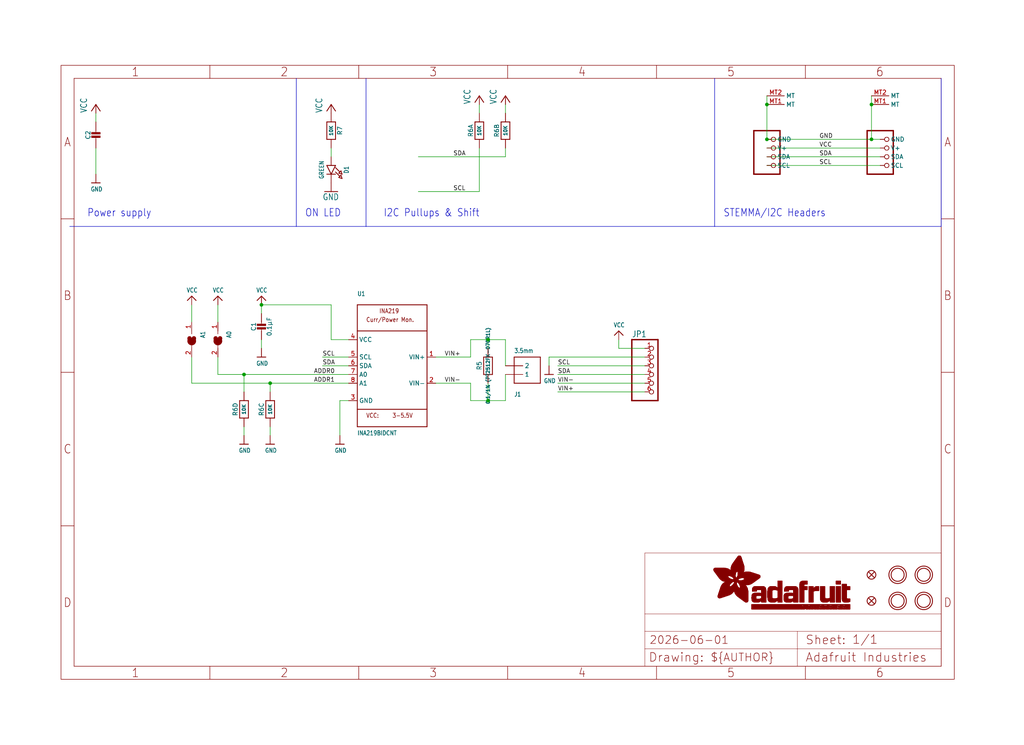
<source format=kicad_sch>
(kicad_sch (version 20230121) (generator eeschema)
  (paper "User" 298.45 217.322)
  (lib_symbols
    (symbol "working-eagle-import:CAP_CERAMIC0603_NO"
      (property "Reference" "C" (at -2.29 1.25 90))
      (symbol "CAP_CERAMIC0603_NO_1_0"
        (pin passive line (at 0 5.08 270) (length 2.54) (name "1") (number "1"))
        (pin passive line (at 0 -2.54 90) (length 2.54) (name "2") (number "2"))
      )
    )
    (symbol "working-eagle-import:CAP_CERAMIC0805-NOOUTLINE"
      (property "Reference" "C" (at -2.29 1.25 90))
      (symbol "CAP_CERAMIC0805-NOOUTLINE_1_0"
        (pin passive line (at 0 5.08 270) (length 2.54) (name "1") (number "1"))
        (pin passive line (at 0 -2.54 90) (length 2.54) (name "2") (number "2"))
      )
    )
    (symbol "working-eagle-import:FIDUCIAL_1MM")
    (symbol "working-eagle-import:FRAME_A4_ADAFRUIT"
      (symbol "FRAME_A4_ADAFRUIT_1_0"
        (text "${#}/${##}" (at 230.505 10.16 0) (effects (font (size 2.54 2.54)) (justify left bottom)))
        (text "${AUTHOR}" (at 189.23 5.08 0) (effects (font (size 2.286 2.286)) (justify left bottom)))
        (text "${CURRENT_DATE}" (at 171.45 10.16 0) (effects (font (size 2.286 2.286)) (justify left bottom)))
        (text "${PROJECTNAME}" (at 171.45 15.24 0) (effects (font (size 2.54 2.54)) (justify left bottom)))
        (text "1" (at 21.6958 1.905 0) (effects (font (size 2.54 2.286))))
        (text "1" (at 21.6958 177.165 0) (effects (font (size 2.54 2.286))))
        (text "2" (at 65.0875 1.905 0) (effects (font (size 2.54 2.286))))
        (text "2" (at 65.0875 177.165 0) (effects (font (size 2.54 2.286))))
        (text "3" (at 108.4792 1.905 0) (effects (font (size 2.54 2.286))))
        (text "3" (at 108.4792 177.165 0) (effects (font (size 2.54 2.286))))
        (text "4" (at 151.8708 1.905 0) (effects (font (size 2.54 2.286))))
        (text "4" (at 151.8708 177.165 0) (effects (font (size 2.54 2.286))))
        (text "5" (at 195.2625 1.905 0) (effects (font (size 2.54 2.286))))
        (text "5" (at 195.2625 177.165 0) (effects (font (size 2.54 2.286))))
        (text "6" (at 238.6542 1.905 0) (effects (font (size 2.54 2.286))))
        (text "6" (at 238.6542 177.165 0) (effects (font (size 2.54 2.286))))
        (text "A" (at 1.905 156.6863 0) (effects (font (size 2.54 2.286))))
        (text "A" (at 258.445 156.6863 0) (effects (font (size 2.54 2.286))))
        (text "Adafruit Industries" (at 216.916 4.953 0) (effects (font (size 2.54 2.54)) (justify left bottom)))
        (text "B" (at 1.905 111.9188 0) (effects (font (size 2.54 2.286))))
        (text "B" (at 258.445 111.9188 0) (effects (font (size 2.54 2.286))))
        (text "C" (at 1.905 67.1513 0) (effects (font (size 2.54 2.286))))
        (text "C" (at 258.445 67.1513 0) (effects (font (size 2.54 2.286))))
        (text "D" (at 1.905 22.3838 0) (effects (font (size 2.54 2.286))))
        (text "D" (at 258.445 22.3838 0) (effects (font (size 2.54 2.286))))
        (text "Drawing:" (at 171.196 4.953 0) (effects (font (size 2.54 2.54)) (justify left bottom)))
        (text "Sheet:" (at 216.916 10.033 0) (effects (font (size 2.54 2.54)) (justify left bottom)))
      )
    )
    (symbol "working-eagle-import:GND" (power)
      (property "Value" "GND" (at -1.524 -2.54 0))
      (symbol "GND_1_0"
        (pin power_in line (at 0 2.54 270) (length 2.54) (name "GND") (number "1"))
      )
    )
    (symbol "working-eagle-import:HEADER-1X670MIL"
      (property "Reference" "JP" (at -6.35 10.795 0))
      (symbol "HEADER-1X670MIL_1_0"
        (pin passive inverted (at -2.54 7.62 0) (length 2.54) (name "1") (number "1"))
        (pin passive inverted (at -2.54 5.08 0) (length 2.54) (name "2") (number "2"))
        (pin passive inverted (at -2.54 2.54 0) (length 2.54) (name "3") (number "3"))
        (pin passive inverted (at -2.54 0 0) (length 2.54) (name "4") (number "4"))
        (pin passive inverted (at -2.54 -2.54 0) (length 2.54) (name "5") (number "5"))
        (pin passive inverted (at -2.54 -5.08 0) (length 2.54) (name "6") (number "6"))
      )
    )
    (symbol "working-eagle-import:INA219"
      (property "Reference" "U" (at -10.16 20.32 0))
      (symbol "INA219_1_0"
        (text "3-5.5V" (at 0 -15.24 0) (effects (font (size 1.27 1.0795)) (justify left bottom)))
        (text "Curr/Power Mon." (at -7.62 12.7 0) (effects (font (size 1.27 1.0795)) (justify left bottom)))
        (text "INA219" (at -3.81 15.24 0) (effects (font (size 1.27 1.0795)) (justify left bottom)))
        (text "VCC:" (at -7.62 -15.24 0) (effects (font (size 1.27 1.0795)) (justify left bottom)))
        (pin bidirectional line (at 12.7 2.54 180) (length 2.54) (name "VIN+") (number "1"))
        (pin bidirectional line (at 12.7 -5.08 180) (length 2.54) (name "VIN-") (number "2"))
        (pin power_in line (at -12.7 -10.16 0) (length 2.54) (name "GND") (number "3"))
        (pin power_in line (at -12.7 7.62 0) (length 2.54) (name "VCC") (number "4"))
        (pin bidirectional line (at -12.7 2.54 0) (length 2.54) (name "SCL") (number "5"))
        (pin bidirectional line (at -12.7 0 0) (length 2.54) (name "SDA") (number "6"))
        (pin bidirectional line (at -12.7 -2.54 0) (length 2.54) (name "A0") (number "7"))
        (pin bidirectional line (at -12.7 -5.08 0) (length 2.54) (name "A1") (number "8"))
      )
    )
    (symbol "working-eagle-import:LED0603_NOOUTLINE"
      (property "Reference" "D" (at -1.27 4.445 0))
      (symbol "LED0603_NOOUTLINE_1_0"
        (pin passive line (at -5.08 0 0) (length 2.54) (name "A") (number "A"))
        (pin passive line (at 2.54 0 180) (length 2.54) (name "C") (number "C"))
      )
    )
    (symbol "working-eagle-import:MOUNTINGHOLE2.5")
    (symbol "working-eagle-import:RESISTOR2512"
      (property "Reference" "R" (at 0 2.54 0))
      (symbol "RESISTOR2512_1_0"
        (pin passive line (at -5.08 0 0) (length 2.54) (name "1") (number "1"))
        (pin passive line (at 5.08 0 180) (length 2.54) (name "2") (number "2"))
      )
    )
    (symbol "working-eagle-import:RESISTOR_0603_NOOUT"
      (property "Reference" "R" (at 0 2.54 0))
      (symbol "RESISTOR_0603_NOOUT_1_0"
        (pin passive line (at -5.08 0 0) (length 2.54) (name "1") (number "1"))
        (pin passive line (at 5.08 0 180) (length 2.54) (name "2") (number "2"))
      )
    )
    (symbol "working-eagle-import:RESISTOR_4PACK"
      (property "Reference" "R" (at 0 2.54 0))
      (symbol "RESISTOR_4PACK_1_0"
        (pin passive line (at -5.08 0 0) (length 2.54) (name "1") (number "1"))
        (pin passive line (at 5.08 0 180) (length 2.54) (name "2") (number "8"))
      )
      (symbol "RESISTOR_4PACK_2_0"
        (pin passive line (at -5.08 0 0) (length 2.54) (name "1") (number "2"))
        (pin passive line (at 5.08 0 180) (length 2.54) (name "2") (number "7"))
      )
      (symbol "RESISTOR_4PACK_3_0"
        (pin passive line (at -5.08 0 0) (length 2.54) (name "1") (number "3"))
        (pin passive line (at 5.08 0 180) (length 2.54) (name "2") (number "6"))
      )
      (symbol "RESISTOR_4PACK_4_0"
        (pin passive line (at -5.08 0 0) (length 2.54) (name "1") (number "4"))
        (pin passive line (at 5.08 0 180) (length 2.54) (name "2") (number "5"))
      )
    )
    (symbol "working-eagle-import:SOLDERJUMPERREFLOW_NOPASTE"
      (property "Reference" "SJ" (at -2.54 2.54 0))
      (symbol "SOLDERJUMPERREFLOW_NOPASTE_1_0"
        (pin passive line (at -5.08 0 0) (length 2.54) (name "1") (number "1"))
        (pin passive line (at 5.08 0 180) (length 2.54) (name "2") (number "2"))
      )
    )
    (symbol "working-eagle-import:STEMMA_I2C_QT"
      (symbol "STEMMA_I2C_QT_1_0"
        (pin passive inverted (at 0 5.08 0) (length 2.54) (name "GND") (number "1"))
        (pin passive inverted (at 0 2.54 0) (length 2.54) (name "V+") (number "2"))
        (pin passive inverted (at 0 0 0) (length 2.54) (name "SDA") (number "3"))
        (pin passive inverted (at 0 -2.54 0) (length 2.54) (name "SCL") (number "4"))
      )
      (symbol "STEMMA_I2C_QT_2_0"
        (pin bidirectional line (at 0 0 0) (length 5.08) (name "MT") (number "MT1"))
      )
      (symbol "STEMMA_I2C_QT_3_0"
        (pin bidirectional line (at 0 0 0) (length 5.08) (name "MT") (number "MT2"))
      )
    )
    (symbol "working-eagle-import:TERMBLOCK_1X2_3.5MM"
      (property "Reference" "X" (at -2.54 7.62 0))
      (symbol "TERMBLOCK_1X2_3.5MM_1_0"
        (pin passive line (at -5.08 2.54 0) (length 5.08) (name "1") (number "1"))
        (pin passive line (at -5.08 0 0) (length 5.08) (name "2") (number "2"))
      )
    )
    (symbol "working-eagle-import:VCC" (power)
      (property "Value" "VCC" (at -1.524 1.016 0))
      (symbol "VCC_1_0"
        (pin power_in line (at 0 -2.54 90) (length 2.54) (name "VCC") (number "1"))
      )
    )
    (symbol "working-eagle-import:supply1_GND" (power)
      (property "Value" "supply1_GND" (at -2.54 -2.54 0))
      (symbol "supply1_GND_1_0"
        (pin power_in line (at 0 2.54 270) (length 2.54) (name "GND") (number "1"))
      )
    )
    (symbol "working-eagle-import:supply1_VCC" (power)
      (property "Value" "supply1_VCC" (at -2.54 -2.54 90))
      (symbol "supply1_VCC_1_0"
        (pin power_in line (at 0 -2.54 90) (length 2.54) (name "VCC") (number "1"))
      )
    )
  )
  (junction (at 76.2 88.9))
  (junction (at 142.24 99.06))
  (junction (at 223.52 40.64))
  (junction (at 223.52 30.48))
  (junction (at 78.74 111.76))
  (junction (at 142.24 116.84))
  (junction (at 71.12 109.22))
  (junction (at 254 30.48))
  (junction (at 254 40.64))
  (wire (pts (xy 139.7 55.88) (xy 121.92 55.88)) (stroke (width 0.1524)))
  (wire (pts (xy 147.32 99.06) (xy 142.24 99.06)) (stroke (width 0.1524)))
  (wire (pts (xy 127 104.14) (xy 137.16 104.14)) (stroke (width 0.1524)))
  (wire (pts (xy 137.16 111.76) (xy 137.16 116.84)) (stroke (width 0.1524)))
  (wire (pts (xy 96.52 45.72) (xy 96.52 43.18)) (stroke (width 0.1524)))
  (polyline (pts (xy 20.32 66.04) (xy 86.36 66.04)) (stroke (width 0.1524) (type solid)))
  (wire (pts (xy 187.96 109.22) (xy 162.56 109.22)) (stroke (width 0.1524)))
  (wire (pts (xy 147.32 45.72) (xy 121.92 45.72)) (stroke (width 0.1524)))
  (wire (pts (xy 101.6 109.22) (xy 71.12 109.22)) (stroke (width 0.1524)))
  (polyline (pts (xy 208.28 22.86) (xy 208.28 66.04)) (stroke (width 0.1524) (type solid)))
  (wire (pts (xy 71.12 109.22) (xy 71.12 114.3)) (stroke (width 0.1524)))
  (wire (pts (xy 63.5 93.98) (xy 63.5 88.9)) (stroke (width 0.1524)))
  (wire (pts (xy 254 27.94) (xy 254 30.48)) (stroke (width 0.1524)))
  (wire (pts (xy 142.24 116.84) (xy 147.32 116.84)) (stroke (width 0.1524)))
  (wire (pts (xy 96.52 88.9) (xy 76.2 88.9)) (stroke (width 0.1524)))
  (wire (pts (xy 96.52 99.06) (xy 96.52 88.9)) (stroke (width 0.1524)))
  (polyline (pts (xy 208.28 66.04) (xy 274.32 66.04)) (stroke (width 0.1524) (type solid)))
  (wire (pts (xy 160.02 104.14) (xy 160.02 106.68)) (stroke (width 0.1524)))
  (wire (pts (xy 254 30.48) (xy 254 40.64)) (stroke (width 0.1524)))
  (polyline (pts (xy 86.36 66.04) (xy 106.68 66.04)) (stroke (width 0.1524) (type solid)))
  (polyline (pts (xy 106.68 66.04) (xy 208.28 66.04)) (stroke (width 0.1524) (type solid)))
  (wire (pts (xy 187.96 111.76) (xy 162.56 111.76)) (stroke (width 0.1524)))
  (wire (pts (xy 187.96 104.14) (xy 160.02 104.14)) (stroke (width 0.1524)))
  (wire (pts (xy 101.6 111.76) (xy 78.74 111.76)) (stroke (width 0.1524)))
  (wire (pts (xy 142.24 116.84) (xy 142.24 111.76)) (stroke (width 0.1524)))
  (wire (pts (xy 137.16 99.06) (xy 142.24 99.06)) (stroke (width 0.1524)))
  (wire (pts (xy 71.12 109.22) (xy 63.5 109.22)) (stroke (width 0.1524)))
  (wire (pts (xy 76.2 99.06) (xy 76.2 101.6)) (stroke (width 0.1524)))
  (wire (pts (xy 27.94 33.02) (xy 27.94 35.56)) (stroke (width 0.1524)))
  (wire (pts (xy 187.96 106.68) (xy 162.56 106.68)) (stroke (width 0.1524)))
  (wire (pts (xy 101.6 99.06) (xy 96.52 99.06)) (stroke (width 0.1524)))
  (wire (pts (xy 223.52 43.18) (xy 256.54 43.18)) (stroke (width 0.1524)))
  (wire (pts (xy 127 111.76) (xy 137.16 111.76)) (stroke (width 0.1524)))
  (wire (pts (xy 223.52 27.94) (xy 223.52 30.48)) (stroke (width 0.1524)))
  (wire (pts (xy 55.88 111.76) (xy 55.88 104.14)) (stroke (width 0.1524)))
  (wire (pts (xy 78.74 111.76) (xy 78.74 114.3)) (stroke (width 0.1524)))
  (wire (pts (xy 137.16 116.84) (xy 142.24 116.84)) (stroke (width 0.1524)))
  (wire (pts (xy 76.2 88.9) (xy 76.2 91.44)) (stroke (width 0.1524)))
  (wire (pts (xy 139.7 30.48) (xy 139.7 33.02)) (stroke (width 0.1524)))
  (wire (pts (xy 63.5 109.22) (xy 63.5 104.14)) (stroke (width 0.1524)))
  (wire (pts (xy 147.32 43.18) (xy 147.32 45.72)) (stroke (width 0.1524)))
  (wire (pts (xy 256.54 40.64) (xy 254 40.64)) (stroke (width 0.1524)))
  (polyline (pts (xy 86.36 22.86) (xy 86.36 66.04)) (stroke (width 0.1524) (type solid)))
  (wire (pts (xy 78.74 124.46) (xy 78.74 127)) (stroke (width 0.1524)))
  (wire (pts (xy 55.88 93.98) (xy 55.88 88.9)) (stroke (width 0.1524)))
  (wire (pts (xy 223.52 30.48) (xy 223.52 40.64)) (stroke (width 0.1524)))
  (wire (pts (xy 256.54 45.72) (xy 223.52 45.72)) (stroke (width 0.1524)))
  (wire (pts (xy 223.52 48.26) (xy 256.54 48.26)) (stroke (width 0.1524)))
  (wire (pts (xy 254 40.64) (xy 223.52 40.64)) (stroke (width 0.1524)))
  (wire (pts (xy 142.24 99.06) (xy 142.24 101.6)) (stroke (width 0.1524)))
  (wire (pts (xy 78.74 111.76) (xy 55.88 111.76)) (stroke (width 0.1524)))
  (wire (pts (xy 101.6 104.14) (xy 93.98 104.14)) (stroke (width 0.1524)))
  (wire (pts (xy 139.7 43.18) (xy 139.7 55.88)) (stroke (width 0.1524)))
  (wire (pts (xy 71.12 124.46) (xy 71.12 127)) (stroke (width 0.1524)))
  (wire (pts (xy 147.32 106.68) (xy 147.32 99.06)) (stroke (width 0.1524)))
  (wire (pts (xy 187.96 101.6) (xy 180.34 101.6)) (stroke (width 0.1524)))
  (wire (pts (xy 147.32 116.84) (xy 147.32 109.22)) (stroke (width 0.1524)))
  (wire (pts (xy 137.16 104.14) (xy 137.16 99.06)) (stroke (width 0.1524)))
  (wire (pts (xy 147.32 33.02) (xy 147.32 30.48)) (stroke (width 0.1524)))
  (polyline (pts (xy 274.32 22.86) (xy 274.32 66.04)) (stroke (width 0.1524) (type solid)))
  (wire (pts (xy 27.94 50.8) (xy 27.94 43.18)) (stroke (width 0.1524)))
  (wire (pts (xy 187.96 114.3) (xy 162.56 114.3)) (stroke (width 0.1524)))
  (polyline (pts (xy 106.68 22.86) (xy 106.68 66.04)) (stroke (width 0.1524) (type solid)))
  (wire (pts (xy 180.34 101.6) (xy 180.34 99.06)) (stroke (width 0.1524)))
  (wire (pts (xy 101.6 116.84) (xy 99.06 116.84)) (stroke (width 0.1524)))
  (wire (pts (xy 99.06 116.84) (xy 99.06 127)) (stroke (width 0.1524)))
  (wire (pts (xy 101.6 106.68) (xy 93.98 106.68)) (stroke (width 0.1524)))
  (text "STEMMA/I2C Headers" (at 210.82 63.5 0) (effects (font (size 2.1844 1.8567)) (justify left bottom)))
  (text "I2C Pullups & Shift" (at 111.76 63.5 0) (effects (font (size 2.1844 1.8567)) (justify left bottom)))
  (text "ON LED" (at 88.9 63.5 0) (effects (font (size 2.1844 1.8567)) (justify left bottom)))
  (text "Power supply" (at 25.4 63.5 0) (effects (font (size 2.1844 1.8567)) (justify left bottom)))
  (label "SDA" (at 93.98 106.68 0) (effects (font (size 1.2446 1.2446))))
  (label "GND" (at 238.76 40.64 0) (effects (font (size 1.2446 1.2446))))
  (label "VIN+" (at 129.54 104.14 0) (effects (font (size 1.2446 1.2446))))
  (label "VIN-" (at 162.56 111.76 0) (effects (font (size 1.2446 1.2446))))
  (label "SCL" (at 162.56 106.68 0) (effects (font (size 1.2446 1.2446))))
  (label "SDA" (at 162.56 109.22 0) (effects (font (size 1.2446 1.2446))))
  (label "VIN-" (at 129.54 111.76 0) (effects (font (size 1.2446 1.2446))))
  (label "ADDR1" (at 91.44 111.76 0) (effects (font (size 1.2446 1.2446))))
  (label "ADDR0" (at 91.44 109.22 0) (effects (font (size 1.2446 1.2446))))
  (label "SCL" (at 132.08 55.88 0) (effects (font (size 1.2446 1.2446))))
  (label "SCL" (at 238.76 48.26 0) (effects (font (size 1.2446 1.2446))))
  (label "SDA" (at 132.08 45.72 0) (effects (font (size 1.2446 1.2446))))
  (label "SCL" (at 93.98 104.14 0) (effects (font (size 1.2446 1.2446))))
  (label "VIN+" (at 162.56 114.3 0) (effects (font (size 1.2446 1.2446))))
  (label "VCC" (at 238.76 43.18 0) (effects (font (size 1.2446 1.2446))))
  (label "SDA" (at 238.76 45.72 0) (effects (font (size 1.2446 1.2446))))
  (symbol (lib_id "working-eagle-import:VCC") (at 63.5 86.36 0) (unit 1)
    (property "Reference" "#P+2" (effects hide))
    (property "Value" "VCC" (at 61.976 85.344 0) (effects (font (size 1.27 1.0795)) (justify left bottom)))
  )
  (symbol (lib_id "working-eagle-import:LED0603_NOOUTLINE") (at 96.52 50.8 270) (unit 1)
    (property "Reference" "D1" (at 100.965 49.53 0) (effects (font (size 1.27 1.0795))))
    (property "Value" "GREEN" (at 93.726 49.53 0) (effects (font (size 1.27 1.0795))))
    (property "Footprint" "working:CHIPLED_0603_NOOUTLINE" (effects hide))
  )
  (symbol (lib_id "working-eagle-import:VCC") (at 76.2 86.36 0) (unit 1)
    (property "Reference" "#P+3" (effects hide))
    (property "Value" "VCC" (at 74.676 85.344 0) (effects (font (size 1.27 1.0795)) (justify left bottom)))
  )
  (symbol (lib_id "working-eagle-import:GND") (at 78.74 129.54 0) (unit 1)
    (property "Reference" "#U$3" (effects hide))
    (property "Value" "GND" (at 77.216 132.08 0) (effects (font (size 1.27 1.0795)) (justify left bottom)))
  )
  (symbol (lib_id "working-eagle-import:MOUNTINGHOLE2.5") (at 261.62 167.64 0) (unit 1)
    (property "Reference" "U$21" (effects hide))
    (property "Value" "MOUNTINGHOLE2.5" (effects hide))
    (property "Footprint" "working:MOUNTINGHOLE_2.5_PLATED" (effects hide))
  )
  (symbol (lib_id "working-eagle-import:CAP_CERAMIC0805-NOOUTLINE") (at 27.94 40.64 0) (unit 1)
    (property "Reference" "C2" (at 25.65 39.39 90))
    (property "Value" "10uF" (effects hide))
    (property "Footprint" "working:0805-NO" (effects hide))
  )
  (symbol (lib_id "working-eagle-import:CAP_CERAMIC0603_NO") (at 76.2 96.52 0) (unit 1)
    (property "Reference" "C1" (at 73.91 95.27 90))
    (property "Value" "0.1µF" (at 78.5 95.27 90))
    (property "Footprint" "working:0603-NO" (effects hide))
  )
  (symbol (lib_id "working-eagle-import:GND") (at 27.94 53.34 0) (unit 1)
    (property "Reference" "#U$13" (effects hide))
    (property "Value" "GND" (at 26.416 55.88 0) (effects (font (size 1.27 1.0795)) (justify left bottom)))
  )
  (symbol (lib_id "working-eagle-import:GND") (at 160.02 109.22 0) (unit 1)
    (property "Reference" "#U$6" (effects hide))
    (property "Value" "GND" (at 158.496 111.76 0) (effects (font (size 1.27 1.0795)) (justify left bottom)))
  )
  (symbol (lib_id "working-eagle-import:RESISTOR_4PACK") (at 78.74 119.38 90) (unit 3)
    (property "Reference" "R6" (at 76.2 119.38 0))
    (property "Value" "10K" (at 78.74 119.38 0) (effects (font (size 1.016 1.016) bold)))
    (property "Footprint" "working:RESPACK_4X0603" (effects hide))
  )
  (symbol (lib_id "working-eagle-import:GND") (at 71.12 129.54 0) (unit 1)
    (property "Reference" "#U$2" (effects hide))
    (property "Value" "GND" (at 69.596 132.08 0) (effects (font (size 1.27 1.0795)) (justify left bottom)))
  )
  (symbol (lib_id "working-eagle-import:RESISTOR_4PACK") (at 71.12 119.38 90) (unit 4)
    (property "Reference" "R6" (at 68.58 119.38 0))
    (property "Value" "10K" (at 71.12 119.38 0) (effects (font (size 1.016 1.016) bold)))
    (property "Footprint" "working:RESPACK_4X0603" (effects hide))
  )
  (symbol (lib_id "working-eagle-import:VCC") (at 55.88 86.36 0) (unit 1)
    (property "Reference" "#P+1" (effects hide))
    (property "Value" "VCC" (at 54.356 85.344 0) (effects (font (size 1.27 1.0795)) (justify left bottom)))
  )
  (symbol (lib_id "working-eagle-import:INA219") (at 114.3 106.68 0) (unit 1)
    (property "Reference" "U1" (at 104.14 86.36 0) (effects (font (size 1.27 1.0795)) (justify left bottom)))
    (property "Value" "INA219BIDCNT" (at 104.14 127 0) (effects (font (size 1.27 1.0795)) (justify left bottom)))
    (property "Footprint" "working:SOT23-8" (effects hide))
  )
  (symbol (lib_id "working-eagle-import:STEMMA_I2C_QT") (at 256.54 45.72 0) (unit 1)
    (property "Reference" "CONN4" (effects hide))
    (property "Value" "STEMMA_I2C_QT" (effects hide))
    (property "Footprint" "working:JST_SH4" (effects hide))
  )
  (symbol (lib_id "working-eagle-import:RESISTOR2512") (at 142.24 106.68 90) (unit 1)
    (property "Reference" "R5" (at 139.7 106.68 0))
    (property "Value" "0.1/1% (PT2512FK-070R1L)" (at 142.24 106.68 0) (effects (font (size 1.016 1.016) bold)))
    (property "Footprint" "working:2512" (effects hide))
  )
  (symbol (lib_id "working-eagle-import:MOUNTINGHOLE2.5") (at 269.24 167.64 0) (unit 1)
    (property "Reference" "U$25" (effects hide))
    (property "Value" "MOUNTINGHOLE2.5" (effects hide))
    (property "Footprint" "working:MOUNTINGHOLE_2.5_PLATED" (effects hide))
  )
  (symbol (lib_id "working-eagle-import:STEMMA_I2C_QT") (at 254 30.48 0) (unit 2)
    (property "Reference" "CONN4" (effects hide))
    (property "Value" "STEMMA_I2C_QT" (effects hide))
    (property "Footprint" "working:JST_SH4" (effects hide))
  )
  (symbol (lib_id "working-eagle-import:STEMMA_I2C_QT") (at 254 27.94 0) (unit 3)
    (property "Reference" "CONN4" (effects hide))
    (property "Value" "STEMMA_I2C_QT" (effects hide))
    (property "Footprint" "working:JST_SH4" (effects hide))
  )
  (symbol (lib_id "working-eagle-import:supply1_VCC") (at 96.52 30.48 0) (unit 1)
    (property "Reference" "#P+5" (effects hide))
    (property "Value" "VCC" (at 93.98 33.02 90) (effects (font (size 1.778 1.5113)) (justify left bottom)))
  )
  (symbol (lib_id "working-eagle-import:supply1_VCC") (at 147.32 27.94 0) (unit 1)
    (property "Reference" "#P+8" (effects hide))
    (property "Value" "VCC" (at 144.78 30.48 90) (effects (font (size 1.778 1.5113)) (justify left bottom)))
  )
  (symbol (lib_id "working-eagle-import:supply1_VCC") (at 139.7 27.94 0) (unit 1)
    (property "Reference" "#P+7" (effects hide))
    (property "Value" "VCC" (at 137.16 30.48 90) (effects (font (size 1.778 1.5113)) (justify left bottom)))
  )
  (symbol (lib_id "working-eagle-import:GND") (at 76.2 104.14 0) (unit 1)
    (property "Reference" "#U$5" (effects hide))
    (property "Value" "GND" (at 74.676 106.68 0) (effects (font (size 1.27 1.0795)) (justify left bottom)))
  )
  (symbol (lib_id "working-eagle-import:STEMMA_I2C_QT") (at 223.52 30.48 0) (unit 2)
    (property "Reference" "CONN3" (effects hide))
    (property "Value" "STEMMA_I2C_QT" (effects hide))
    (property "Footprint" "working:JST_SH4" (effects hide))
  )
  (symbol (lib_id "working-eagle-import:HEADER-1X670MIL") (at 190.5 109.22 0) (unit 1)
    (property "Reference" "JP1" (at 184.15 98.425 0) (effects (font (size 1.778 1.5113)) (justify left bottom)))
    (property "Value" "HEADER-1X670MIL" (effects hide))
    (property "Footprint" "working:1X06_ROUND_70" (effects hide))
  )
  (symbol (lib_id "working-eagle-import:supply1_VCC") (at 27.94 30.48 0) (unit 1)
    (property "Reference" "#P+9" (effects hide))
    (property "Value" "VCC" (at 25.4 33.02 90) (effects (font (size 1.778 1.5113)) (justify left bottom)))
  )
  (symbol (lib_id "working-eagle-import:GND") (at 99.06 129.54 0) (unit 1)
    (property "Reference" "#U$4" (effects hide))
    (property "Value" "GND" (at 97.536 132.08 0) (effects (font (size 1.27 1.0795)) (justify left bottom)))
  )
  (symbol (lib_id "working-eagle-import:MOUNTINGHOLE2.5") (at 261.62 175.26 0) (unit 1)
    (property "Reference" "U$20" (effects hide))
    (property "Value" "MOUNTINGHOLE2.5" (effects hide))
    (property "Footprint" "working:MOUNTINGHOLE_2.5_PLATED" (effects hide))
  )
  (symbol (lib_id "working-eagle-import:FRAME_A4_ADAFRUIT") (at 17.78 198.12 0) (unit 1)
    (property "Reference" "#U$22" (effects hide))
    (property "Value" "FRAME_A4_ADAFRUIT" (effects hide))
  )
  (symbol (lib_id "working-eagle-import:VCC") (at 180.34 96.52 0) (unit 1)
    (property "Reference" "#P+4" (effects hide))
    (property "Value" "VCC" (at 178.816 95.504 0) (effects (font (size 1.27 1.0795)) (justify left bottom)))
  )
  (symbol (lib_id "working-eagle-import:RESISTOR_4PACK") (at 147.32 38.1 90) (unit 2)
    (property "Reference" "R6" (at 144.78 38.1 0))
    (property "Value" "10K" (at 147.32 38.1 0) (effects (font (size 1.016 1.016) bold)))
    (property "Footprint" "working:RESPACK_4X0603" (effects hide))
  )
  (symbol (lib_id "working-eagle-import:SOLDERJUMPERREFLOW_NOPASTE") (at 63.5 99.06 270) (unit 1)
    (property "Reference" "A0" (at 66.04 96.52 0) (effects (font (size 1.27 1.0795)) (justify left bottom)))
    (property "Value" "SOLDERJUMPERREFLOW_NOPASTE" (effects hide))
    (property "Footprint" "working:SOLDERJUMPER_REFLOW_NOPASTE" (effects hide))
  )
  (symbol (lib_id "working-eagle-import:RESISTOR_0603_NOOUT") (at 96.52 38.1 270) (unit 1)
    (property "Reference" "R7" (at 99.06 38.1 0))
    (property "Value" "10K" (at 96.52 38.1 0) (effects (font (size 1.016 1.016) bold)))
    (property "Footprint" "working:0603-NO" (effects hide))
  )
  (symbol (lib_id "working-eagle-import:RESISTOR_4PACK") (at 139.7 38.1 90) (unit 1)
    (property "Reference" "R6" (at 137.16 38.1 0))
    (property "Value" "10K" (at 139.7 38.1 0) (effects (font (size 1.016 1.016) bold)))
    (property "Footprint" "working:RESPACK_4X0603" (effects hide))
  )
  (symbol (lib_id "working-eagle-import:FIDUCIAL_1MM") (at 254 167.64 0) (unit 1)
    (property "Reference" "FID4" (effects hide))
    (property "Value" "FIDUCIAL_1MM" (effects hide))
    (property "Footprint" "working:FIDUCIAL_1MM" (effects hide))
  )
  (symbol (lib_id "working-eagle-import:STEMMA_I2C_QT") (at 223.52 45.72 0) (unit 1)
    (property "Reference" "CONN3" (effects hide))
    (property "Value" "STEMMA_I2C_QT" (effects hide))
    (property "Footprint" "working:JST_SH4" (effects hide))
  )
  (symbol (lib_id "working-eagle-import:supply1_GND") (at 96.52 55.88 0) (unit 1)
    (property "Reference" "#GND6" (effects hide))
    (property "Value" "GND" (at 93.98 58.42 0) (effects (font (size 1.778 1.5113)) (justify left bottom)))
  )
  (symbol (lib_id "working-eagle-import:TERMBLOCK_1X2_3.5MM") (at 152.4 106.68 0) (mirror x) (unit 1)
    (property "Reference" "J1" (at 149.86 114.3 0) (effects (font (size 1.27 1.0795)) (justify left bottom)))
    (property "Value" "3.5mm" (at 149.86 101.6 0) (effects (font (size 1.27 1.0795)) (justify left bottom)))
    (property "Footprint" "working:TERMBLOCK_1X2-3.5MM" (effects hide))
  )
  (symbol (lib_id "working-eagle-import:MOUNTINGHOLE2.5") (at 269.24 175.26 0) (unit 1)
    (property "Reference" "U$27" (effects hide))
    (property "Value" "MOUNTINGHOLE2.5" (effects hide))
    (property "Footprint" "working:MOUNTINGHOLE_2.5_PLATED" (effects hide))
  )
  (symbol (lib_id "working-eagle-import:SOLDERJUMPERREFLOW_NOPASTE") (at 55.88 99.06 270) (unit 1)
    (property "Reference" "A1" (at 58.42 96.52 0) (effects (font (size 1.27 1.0795)) (justify left bottom)))
    (property "Value" "SOLDERJUMPERREFLOW_NOPASTE" (effects hide))
    (property "Footprint" "working:SOLDERJUMPER_REFLOW_NOPASTE" (effects hide))
  )
  (symbol (lib_id "working-eagle-import:FIDUCIAL_1MM") (at 254 175.26 0) (unit 1)
    (property "Reference" "FID3" (effects hide))
    (property "Value" "FIDUCIAL_1MM" (effects hide))
    (property "Footprint" "working:FIDUCIAL_1MM" (effects hide))
  )
  (symbol (lib_id "working-eagle-import:STEMMA_I2C_QT") (at 223.52 27.94 0) (unit 3)
    (property "Reference" "CONN3" (effects hide))
    (property "Value" "STEMMA_I2C_QT" (effects hide))
    (property "Footprint" "working:JST_SH4" (effects hide))
  )
)
</source>
